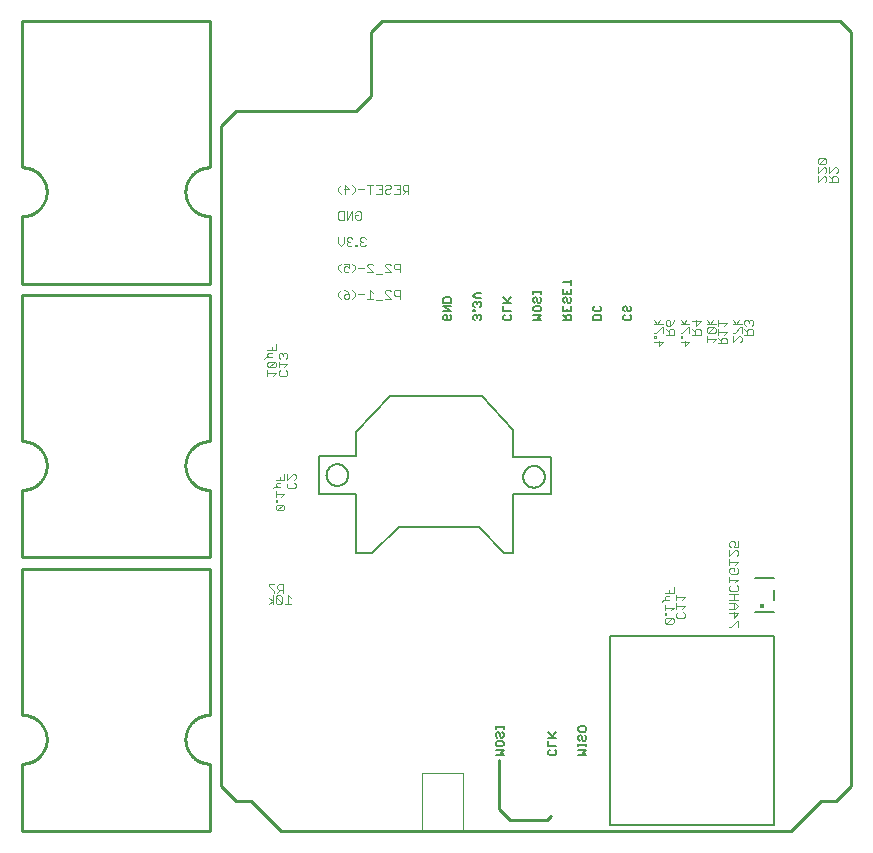
<source format=gbo>
G75*
%MOIN*%
%OFA0B0*%
%FSLAX25Y25*%
%IPPOS*%
%LPD*%
%AMOC8*
5,1,8,0,0,1.08239X$1,22.5*
%
%ADD10C,0.01000*%
%ADD11C,0.00600*%
%ADD12C,0.00300*%
%ADD13C,0.00500*%
%ADD14C,0.00700*%
%ADD15C,0.01768*%
%ADD16C,0.00000*%
D10*
X0001500Y0005344D02*
X0001500Y0027844D01*
X0001698Y0027846D01*
X0001896Y0027854D01*
X0002093Y0027866D01*
X0002290Y0027883D01*
X0002487Y0027904D01*
X0002683Y0027931D01*
X0002878Y0027962D01*
X0003073Y0027998D01*
X0003267Y0028038D01*
X0003459Y0028084D01*
X0003651Y0028134D01*
X0003841Y0028188D01*
X0004030Y0028248D01*
X0004217Y0028312D01*
X0004403Y0028380D01*
X0004586Y0028453D01*
X0004769Y0028530D01*
X0004949Y0028612D01*
X0005127Y0028698D01*
X0005303Y0028789D01*
X0005477Y0028884D01*
X0005648Y0028983D01*
X0005817Y0029086D01*
X0005983Y0029193D01*
X0006147Y0029304D01*
X0006308Y0029419D01*
X0006466Y0029538D01*
X0006621Y0029661D01*
X0006773Y0029787D01*
X0006922Y0029918D01*
X0007068Y0030052D01*
X0007210Y0030189D01*
X0007349Y0030330D01*
X0007485Y0030474D01*
X0007617Y0030621D01*
X0007745Y0030772D01*
X0007870Y0030925D01*
X0007991Y0031082D01*
X0008108Y0031241D01*
X0008221Y0031404D01*
X0008330Y0031569D01*
X0008435Y0031736D01*
X0008536Y0031907D01*
X0008633Y0032079D01*
X0008726Y0032254D01*
X0008814Y0032431D01*
X0008898Y0032610D01*
X0008978Y0032791D01*
X0009053Y0032974D01*
X0009124Y0033159D01*
X0009190Y0033346D01*
X0009251Y0033534D01*
X0009308Y0033723D01*
X0009361Y0033914D01*
X0009409Y0034106D01*
X0009452Y0034299D01*
X0009490Y0034493D01*
X0009523Y0034688D01*
X0009552Y0034884D01*
X0009576Y0035080D01*
X0009596Y0035277D01*
X0009610Y0035475D01*
X0009620Y0035672D01*
X0009624Y0035870D01*
X0009624Y0036068D01*
X0009620Y0036266D01*
X0009610Y0036463D01*
X0009596Y0036661D01*
X0009576Y0036858D01*
X0009552Y0037054D01*
X0009523Y0037250D01*
X0009490Y0037445D01*
X0009452Y0037639D01*
X0009409Y0037832D01*
X0009361Y0038024D01*
X0009308Y0038215D01*
X0009251Y0038404D01*
X0009190Y0038592D01*
X0009124Y0038779D01*
X0009053Y0038964D01*
X0008978Y0039147D01*
X0008898Y0039328D01*
X0008814Y0039507D01*
X0008726Y0039684D01*
X0008633Y0039859D01*
X0008536Y0040032D01*
X0008435Y0040202D01*
X0008330Y0040369D01*
X0008221Y0040534D01*
X0008108Y0040697D01*
X0007991Y0040856D01*
X0007870Y0041013D01*
X0007745Y0041166D01*
X0007617Y0041317D01*
X0007485Y0041464D01*
X0007349Y0041608D01*
X0007210Y0041749D01*
X0007068Y0041886D01*
X0006922Y0042020D01*
X0006773Y0042151D01*
X0006621Y0042277D01*
X0006466Y0042400D01*
X0006308Y0042519D01*
X0006147Y0042634D01*
X0005983Y0042745D01*
X0005817Y0042852D01*
X0005648Y0042955D01*
X0005477Y0043054D01*
X0005303Y0043149D01*
X0005127Y0043240D01*
X0004949Y0043326D01*
X0004769Y0043408D01*
X0004586Y0043485D01*
X0004403Y0043558D01*
X0004217Y0043626D01*
X0004030Y0043690D01*
X0003841Y0043750D01*
X0003651Y0043804D01*
X0003459Y0043854D01*
X0003267Y0043900D01*
X0003073Y0043940D01*
X0002878Y0043976D01*
X0002683Y0044007D01*
X0002487Y0044034D01*
X0002290Y0044055D01*
X0002093Y0044072D01*
X0001896Y0044084D01*
X0001698Y0044092D01*
X0001500Y0044094D01*
X0001500Y0092844D01*
X0064000Y0092844D01*
X0064000Y0044094D01*
X0063802Y0044092D01*
X0063604Y0044084D01*
X0063407Y0044072D01*
X0063210Y0044055D01*
X0063013Y0044034D01*
X0062817Y0044007D01*
X0062622Y0043976D01*
X0062427Y0043940D01*
X0062233Y0043900D01*
X0062041Y0043854D01*
X0061849Y0043804D01*
X0061659Y0043750D01*
X0061470Y0043690D01*
X0061283Y0043626D01*
X0061097Y0043558D01*
X0060914Y0043485D01*
X0060731Y0043408D01*
X0060551Y0043326D01*
X0060373Y0043240D01*
X0060197Y0043149D01*
X0060023Y0043054D01*
X0059852Y0042955D01*
X0059683Y0042852D01*
X0059517Y0042745D01*
X0059353Y0042634D01*
X0059192Y0042519D01*
X0059034Y0042400D01*
X0058879Y0042277D01*
X0058727Y0042151D01*
X0058578Y0042020D01*
X0058432Y0041886D01*
X0058290Y0041749D01*
X0058151Y0041608D01*
X0058015Y0041464D01*
X0057883Y0041317D01*
X0057755Y0041166D01*
X0057630Y0041013D01*
X0057509Y0040856D01*
X0057392Y0040697D01*
X0057279Y0040534D01*
X0057170Y0040369D01*
X0057065Y0040202D01*
X0056964Y0040031D01*
X0056867Y0039859D01*
X0056774Y0039684D01*
X0056686Y0039507D01*
X0056602Y0039328D01*
X0056522Y0039147D01*
X0056447Y0038964D01*
X0056376Y0038779D01*
X0056310Y0038592D01*
X0056249Y0038404D01*
X0056192Y0038215D01*
X0056139Y0038024D01*
X0056091Y0037832D01*
X0056048Y0037639D01*
X0056010Y0037445D01*
X0055977Y0037250D01*
X0055948Y0037054D01*
X0055924Y0036858D01*
X0055904Y0036661D01*
X0055890Y0036463D01*
X0055880Y0036266D01*
X0055876Y0036068D01*
X0055876Y0035870D01*
X0055880Y0035672D01*
X0055890Y0035475D01*
X0055904Y0035277D01*
X0055924Y0035080D01*
X0055948Y0034884D01*
X0055977Y0034688D01*
X0056010Y0034493D01*
X0056048Y0034299D01*
X0056091Y0034106D01*
X0056139Y0033914D01*
X0056192Y0033723D01*
X0056249Y0033534D01*
X0056310Y0033346D01*
X0056376Y0033159D01*
X0056447Y0032974D01*
X0056522Y0032791D01*
X0056602Y0032610D01*
X0056686Y0032431D01*
X0056774Y0032254D01*
X0056867Y0032079D01*
X0056964Y0031906D01*
X0057065Y0031736D01*
X0057170Y0031569D01*
X0057279Y0031404D01*
X0057392Y0031241D01*
X0057509Y0031082D01*
X0057630Y0030925D01*
X0057755Y0030772D01*
X0057883Y0030621D01*
X0058015Y0030474D01*
X0058151Y0030330D01*
X0058290Y0030189D01*
X0058432Y0030052D01*
X0058578Y0029918D01*
X0058727Y0029787D01*
X0058879Y0029661D01*
X0059034Y0029538D01*
X0059192Y0029419D01*
X0059353Y0029304D01*
X0059517Y0029193D01*
X0059683Y0029086D01*
X0059852Y0028983D01*
X0060023Y0028884D01*
X0060197Y0028789D01*
X0060373Y0028698D01*
X0060551Y0028612D01*
X0060731Y0028530D01*
X0060914Y0028453D01*
X0061097Y0028380D01*
X0061283Y0028312D01*
X0061470Y0028248D01*
X0061659Y0028188D01*
X0061849Y0028134D01*
X0062041Y0028084D01*
X0062233Y0028038D01*
X0062427Y0027998D01*
X0062622Y0027962D01*
X0062817Y0027931D01*
X0063013Y0027904D01*
X0063210Y0027883D01*
X0063407Y0027866D01*
X0063604Y0027854D01*
X0063802Y0027846D01*
X0064000Y0027844D01*
X0064000Y0005344D01*
X0001500Y0005344D01*
X0067750Y0020344D02*
X0072750Y0015344D01*
X0077750Y0015344D01*
X0087750Y0005344D01*
X0257750Y0005344D01*
X0267750Y0015344D01*
X0272750Y0015344D01*
X0277750Y0020344D01*
X0277750Y0271594D01*
X0274000Y0275344D01*
X0121500Y0275344D01*
X0117750Y0271594D01*
X0117750Y0250344D01*
X0112750Y0245344D01*
X0072750Y0245344D01*
X0067750Y0240344D01*
X0067750Y0020344D01*
X0064000Y0096594D02*
X0001500Y0096594D01*
X0001500Y0119094D01*
X0001698Y0119096D01*
X0001896Y0119104D01*
X0002093Y0119116D01*
X0002290Y0119133D01*
X0002487Y0119154D01*
X0002683Y0119181D01*
X0002878Y0119212D01*
X0003073Y0119248D01*
X0003267Y0119288D01*
X0003459Y0119334D01*
X0003651Y0119384D01*
X0003841Y0119438D01*
X0004030Y0119498D01*
X0004217Y0119562D01*
X0004403Y0119630D01*
X0004586Y0119703D01*
X0004769Y0119780D01*
X0004949Y0119862D01*
X0005127Y0119948D01*
X0005303Y0120039D01*
X0005477Y0120134D01*
X0005648Y0120233D01*
X0005817Y0120336D01*
X0005983Y0120443D01*
X0006147Y0120554D01*
X0006308Y0120669D01*
X0006466Y0120788D01*
X0006621Y0120911D01*
X0006773Y0121037D01*
X0006922Y0121168D01*
X0007068Y0121302D01*
X0007210Y0121439D01*
X0007349Y0121580D01*
X0007485Y0121724D01*
X0007617Y0121871D01*
X0007745Y0122022D01*
X0007870Y0122175D01*
X0007991Y0122332D01*
X0008108Y0122491D01*
X0008221Y0122654D01*
X0008330Y0122819D01*
X0008435Y0122986D01*
X0008536Y0123157D01*
X0008633Y0123329D01*
X0008726Y0123504D01*
X0008814Y0123681D01*
X0008898Y0123860D01*
X0008978Y0124041D01*
X0009053Y0124224D01*
X0009124Y0124409D01*
X0009190Y0124596D01*
X0009251Y0124784D01*
X0009308Y0124973D01*
X0009361Y0125164D01*
X0009409Y0125356D01*
X0009452Y0125549D01*
X0009490Y0125743D01*
X0009523Y0125938D01*
X0009552Y0126134D01*
X0009576Y0126330D01*
X0009596Y0126527D01*
X0009610Y0126725D01*
X0009620Y0126922D01*
X0009624Y0127120D01*
X0009624Y0127318D01*
X0009620Y0127516D01*
X0009610Y0127713D01*
X0009596Y0127911D01*
X0009576Y0128108D01*
X0009552Y0128304D01*
X0009523Y0128500D01*
X0009490Y0128695D01*
X0009452Y0128889D01*
X0009409Y0129082D01*
X0009361Y0129274D01*
X0009308Y0129465D01*
X0009251Y0129654D01*
X0009190Y0129842D01*
X0009124Y0130029D01*
X0009053Y0130214D01*
X0008978Y0130397D01*
X0008898Y0130578D01*
X0008814Y0130757D01*
X0008726Y0130934D01*
X0008633Y0131109D01*
X0008536Y0131282D01*
X0008435Y0131452D01*
X0008330Y0131619D01*
X0008221Y0131784D01*
X0008108Y0131947D01*
X0007991Y0132106D01*
X0007870Y0132263D01*
X0007745Y0132416D01*
X0007617Y0132567D01*
X0007485Y0132714D01*
X0007349Y0132858D01*
X0007210Y0132999D01*
X0007068Y0133136D01*
X0006922Y0133270D01*
X0006773Y0133401D01*
X0006621Y0133527D01*
X0006466Y0133650D01*
X0006308Y0133769D01*
X0006147Y0133884D01*
X0005983Y0133995D01*
X0005817Y0134102D01*
X0005648Y0134205D01*
X0005477Y0134304D01*
X0005303Y0134399D01*
X0005127Y0134490D01*
X0004949Y0134576D01*
X0004769Y0134658D01*
X0004586Y0134735D01*
X0004403Y0134808D01*
X0004217Y0134876D01*
X0004030Y0134940D01*
X0003841Y0135000D01*
X0003651Y0135054D01*
X0003459Y0135104D01*
X0003267Y0135150D01*
X0003073Y0135190D01*
X0002878Y0135226D01*
X0002683Y0135257D01*
X0002487Y0135284D01*
X0002290Y0135305D01*
X0002093Y0135322D01*
X0001896Y0135334D01*
X0001698Y0135342D01*
X0001500Y0135344D01*
X0001500Y0184094D01*
X0064000Y0184094D01*
X0064000Y0135344D01*
X0063802Y0135342D01*
X0063604Y0135334D01*
X0063407Y0135322D01*
X0063210Y0135305D01*
X0063013Y0135284D01*
X0062817Y0135257D01*
X0062622Y0135226D01*
X0062427Y0135190D01*
X0062233Y0135150D01*
X0062041Y0135104D01*
X0061849Y0135054D01*
X0061659Y0135000D01*
X0061470Y0134940D01*
X0061283Y0134876D01*
X0061097Y0134808D01*
X0060914Y0134735D01*
X0060731Y0134658D01*
X0060551Y0134576D01*
X0060373Y0134490D01*
X0060197Y0134399D01*
X0060023Y0134304D01*
X0059852Y0134205D01*
X0059683Y0134102D01*
X0059517Y0133995D01*
X0059353Y0133884D01*
X0059192Y0133769D01*
X0059034Y0133650D01*
X0058879Y0133527D01*
X0058727Y0133401D01*
X0058578Y0133270D01*
X0058432Y0133136D01*
X0058290Y0132999D01*
X0058151Y0132858D01*
X0058015Y0132714D01*
X0057883Y0132567D01*
X0057755Y0132416D01*
X0057630Y0132263D01*
X0057509Y0132106D01*
X0057392Y0131947D01*
X0057279Y0131784D01*
X0057170Y0131619D01*
X0057065Y0131452D01*
X0056964Y0131282D01*
X0056867Y0131109D01*
X0056774Y0130934D01*
X0056686Y0130757D01*
X0056602Y0130578D01*
X0056522Y0130397D01*
X0056447Y0130214D01*
X0056376Y0130029D01*
X0056310Y0129842D01*
X0056249Y0129654D01*
X0056192Y0129465D01*
X0056139Y0129274D01*
X0056091Y0129082D01*
X0056048Y0128889D01*
X0056010Y0128695D01*
X0055977Y0128500D01*
X0055948Y0128304D01*
X0055924Y0128108D01*
X0055904Y0127911D01*
X0055890Y0127713D01*
X0055880Y0127516D01*
X0055876Y0127318D01*
X0055876Y0127120D01*
X0055880Y0126922D01*
X0055890Y0126725D01*
X0055904Y0126527D01*
X0055924Y0126330D01*
X0055948Y0126134D01*
X0055977Y0125938D01*
X0056010Y0125743D01*
X0056048Y0125549D01*
X0056091Y0125356D01*
X0056139Y0125164D01*
X0056192Y0124973D01*
X0056249Y0124784D01*
X0056310Y0124596D01*
X0056376Y0124409D01*
X0056447Y0124224D01*
X0056522Y0124041D01*
X0056602Y0123860D01*
X0056686Y0123681D01*
X0056774Y0123504D01*
X0056867Y0123329D01*
X0056964Y0123156D01*
X0057065Y0122986D01*
X0057170Y0122819D01*
X0057279Y0122654D01*
X0057392Y0122491D01*
X0057509Y0122332D01*
X0057630Y0122175D01*
X0057755Y0122022D01*
X0057883Y0121871D01*
X0058015Y0121724D01*
X0058151Y0121580D01*
X0058290Y0121439D01*
X0058432Y0121302D01*
X0058578Y0121168D01*
X0058727Y0121037D01*
X0058879Y0120911D01*
X0059034Y0120788D01*
X0059192Y0120669D01*
X0059353Y0120554D01*
X0059517Y0120443D01*
X0059683Y0120336D01*
X0059852Y0120233D01*
X0060023Y0120134D01*
X0060197Y0120039D01*
X0060373Y0119948D01*
X0060551Y0119862D01*
X0060731Y0119780D01*
X0060914Y0119703D01*
X0061097Y0119630D01*
X0061283Y0119562D01*
X0061470Y0119498D01*
X0061659Y0119438D01*
X0061849Y0119384D01*
X0062041Y0119334D01*
X0062233Y0119288D01*
X0062427Y0119248D01*
X0062622Y0119212D01*
X0062817Y0119181D01*
X0063013Y0119154D01*
X0063210Y0119133D01*
X0063407Y0119116D01*
X0063604Y0119104D01*
X0063802Y0119096D01*
X0064000Y0119094D01*
X0064000Y0096594D01*
X0064000Y0187844D02*
X0001500Y0187844D01*
X0001500Y0210344D01*
X0001698Y0210346D01*
X0001896Y0210354D01*
X0002093Y0210366D01*
X0002290Y0210383D01*
X0002487Y0210404D01*
X0002683Y0210431D01*
X0002878Y0210462D01*
X0003073Y0210498D01*
X0003267Y0210538D01*
X0003459Y0210584D01*
X0003651Y0210634D01*
X0003841Y0210688D01*
X0004030Y0210748D01*
X0004217Y0210812D01*
X0004403Y0210880D01*
X0004586Y0210953D01*
X0004769Y0211030D01*
X0004949Y0211112D01*
X0005127Y0211198D01*
X0005303Y0211289D01*
X0005477Y0211384D01*
X0005648Y0211483D01*
X0005817Y0211586D01*
X0005983Y0211693D01*
X0006147Y0211804D01*
X0006308Y0211919D01*
X0006466Y0212038D01*
X0006621Y0212161D01*
X0006773Y0212287D01*
X0006922Y0212418D01*
X0007068Y0212552D01*
X0007210Y0212689D01*
X0007349Y0212830D01*
X0007485Y0212974D01*
X0007617Y0213121D01*
X0007745Y0213272D01*
X0007870Y0213425D01*
X0007991Y0213582D01*
X0008108Y0213741D01*
X0008221Y0213904D01*
X0008330Y0214069D01*
X0008435Y0214236D01*
X0008536Y0214407D01*
X0008633Y0214579D01*
X0008726Y0214754D01*
X0008814Y0214931D01*
X0008898Y0215110D01*
X0008978Y0215291D01*
X0009053Y0215474D01*
X0009124Y0215659D01*
X0009190Y0215846D01*
X0009251Y0216034D01*
X0009308Y0216223D01*
X0009361Y0216414D01*
X0009409Y0216606D01*
X0009452Y0216799D01*
X0009490Y0216993D01*
X0009523Y0217188D01*
X0009552Y0217384D01*
X0009576Y0217580D01*
X0009596Y0217777D01*
X0009610Y0217975D01*
X0009620Y0218172D01*
X0009624Y0218370D01*
X0009624Y0218568D01*
X0009620Y0218766D01*
X0009610Y0218963D01*
X0009596Y0219161D01*
X0009576Y0219358D01*
X0009552Y0219554D01*
X0009523Y0219750D01*
X0009490Y0219945D01*
X0009452Y0220139D01*
X0009409Y0220332D01*
X0009361Y0220524D01*
X0009308Y0220715D01*
X0009251Y0220904D01*
X0009190Y0221092D01*
X0009124Y0221279D01*
X0009053Y0221464D01*
X0008978Y0221647D01*
X0008898Y0221828D01*
X0008814Y0222007D01*
X0008726Y0222184D01*
X0008633Y0222359D01*
X0008536Y0222532D01*
X0008435Y0222702D01*
X0008330Y0222869D01*
X0008221Y0223034D01*
X0008108Y0223197D01*
X0007991Y0223356D01*
X0007870Y0223513D01*
X0007745Y0223666D01*
X0007617Y0223817D01*
X0007485Y0223964D01*
X0007349Y0224108D01*
X0007210Y0224249D01*
X0007068Y0224386D01*
X0006922Y0224520D01*
X0006773Y0224651D01*
X0006621Y0224777D01*
X0006466Y0224900D01*
X0006308Y0225019D01*
X0006147Y0225134D01*
X0005983Y0225245D01*
X0005817Y0225352D01*
X0005648Y0225455D01*
X0005477Y0225554D01*
X0005303Y0225649D01*
X0005127Y0225740D01*
X0004949Y0225826D01*
X0004769Y0225908D01*
X0004586Y0225985D01*
X0004403Y0226058D01*
X0004217Y0226126D01*
X0004030Y0226190D01*
X0003841Y0226250D01*
X0003651Y0226304D01*
X0003459Y0226354D01*
X0003267Y0226400D01*
X0003073Y0226440D01*
X0002878Y0226476D01*
X0002683Y0226507D01*
X0002487Y0226534D01*
X0002290Y0226555D01*
X0002093Y0226572D01*
X0001896Y0226584D01*
X0001698Y0226592D01*
X0001500Y0226594D01*
X0001500Y0275344D01*
X0064000Y0275344D01*
X0064000Y0226594D01*
X0063802Y0226592D01*
X0063604Y0226584D01*
X0063407Y0226572D01*
X0063210Y0226555D01*
X0063013Y0226534D01*
X0062817Y0226507D01*
X0062622Y0226476D01*
X0062427Y0226440D01*
X0062233Y0226400D01*
X0062041Y0226354D01*
X0061849Y0226304D01*
X0061659Y0226250D01*
X0061470Y0226190D01*
X0061283Y0226126D01*
X0061097Y0226058D01*
X0060914Y0225985D01*
X0060731Y0225908D01*
X0060551Y0225826D01*
X0060373Y0225740D01*
X0060197Y0225649D01*
X0060023Y0225554D01*
X0059852Y0225455D01*
X0059683Y0225352D01*
X0059517Y0225245D01*
X0059353Y0225134D01*
X0059192Y0225019D01*
X0059034Y0224900D01*
X0058879Y0224777D01*
X0058727Y0224651D01*
X0058578Y0224520D01*
X0058432Y0224386D01*
X0058290Y0224249D01*
X0058151Y0224108D01*
X0058015Y0223964D01*
X0057883Y0223817D01*
X0057755Y0223666D01*
X0057630Y0223513D01*
X0057509Y0223356D01*
X0057392Y0223197D01*
X0057279Y0223034D01*
X0057170Y0222869D01*
X0057065Y0222702D01*
X0056964Y0222532D01*
X0056867Y0222359D01*
X0056774Y0222184D01*
X0056686Y0222007D01*
X0056602Y0221828D01*
X0056522Y0221647D01*
X0056447Y0221464D01*
X0056376Y0221279D01*
X0056310Y0221092D01*
X0056249Y0220904D01*
X0056192Y0220715D01*
X0056139Y0220524D01*
X0056091Y0220332D01*
X0056048Y0220139D01*
X0056010Y0219945D01*
X0055977Y0219750D01*
X0055948Y0219554D01*
X0055924Y0219358D01*
X0055904Y0219161D01*
X0055890Y0218963D01*
X0055880Y0218766D01*
X0055876Y0218568D01*
X0055876Y0218370D01*
X0055880Y0218172D01*
X0055890Y0217975D01*
X0055904Y0217777D01*
X0055924Y0217580D01*
X0055948Y0217384D01*
X0055977Y0217188D01*
X0056010Y0216993D01*
X0056048Y0216799D01*
X0056091Y0216606D01*
X0056139Y0216414D01*
X0056192Y0216223D01*
X0056249Y0216034D01*
X0056310Y0215846D01*
X0056376Y0215659D01*
X0056447Y0215474D01*
X0056522Y0215291D01*
X0056602Y0215110D01*
X0056686Y0214931D01*
X0056774Y0214754D01*
X0056867Y0214579D01*
X0056964Y0214406D01*
X0057065Y0214236D01*
X0057170Y0214069D01*
X0057279Y0213904D01*
X0057392Y0213741D01*
X0057509Y0213582D01*
X0057630Y0213425D01*
X0057755Y0213272D01*
X0057883Y0213121D01*
X0058015Y0212974D01*
X0058151Y0212830D01*
X0058290Y0212689D01*
X0058432Y0212552D01*
X0058578Y0212418D01*
X0058727Y0212287D01*
X0058879Y0212161D01*
X0059034Y0212038D01*
X0059192Y0211919D01*
X0059353Y0211804D01*
X0059517Y0211693D01*
X0059683Y0211586D01*
X0059852Y0211483D01*
X0060023Y0211384D01*
X0060197Y0211289D01*
X0060373Y0211198D01*
X0060551Y0211112D01*
X0060731Y0211030D01*
X0060914Y0210953D01*
X0061097Y0210880D01*
X0061283Y0210812D01*
X0061470Y0210748D01*
X0061659Y0210688D01*
X0061849Y0210634D01*
X0062041Y0210584D01*
X0062233Y0210538D01*
X0062427Y0210498D01*
X0062622Y0210462D01*
X0062817Y0210431D01*
X0063013Y0210404D01*
X0063210Y0210383D01*
X0063407Y0210366D01*
X0063604Y0210354D01*
X0063802Y0210346D01*
X0064000Y0210344D01*
X0064000Y0187844D01*
X0160250Y0029094D02*
X0160250Y0012844D01*
X0164000Y0009094D01*
X0176500Y0009094D01*
X0177750Y0010344D01*
D11*
X0177234Y0030644D02*
X0176800Y0031078D01*
X0176800Y0031946D01*
X0177234Y0032379D01*
X0176800Y0033591D02*
X0176800Y0035326D01*
X0176800Y0036538D02*
X0179402Y0036538D01*
X0178101Y0036971D02*
X0176800Y0038272D01*
X0177667Y0036538D02*
X0179402Y0038272D01*
X0179402Y0033591D02*
X0176800Y0033591D01*
X0178969Y0032379D02*
X0179402Y0031946D01*
X0179402Y0031078D01*
X0178969Y0030644D01*
X0177234Y0030644D01*
X0186800Y0030644D02*
X0189402Y0030644D01*
X0188535Y0031512D01*
X0189402Y0032379D01*
X0186800Y0032379D01*
X0186800Y0033591D02*
X0186800Y0034458D01*
X0186800Y0034025D02*
X0189402Y0034025D01*
X0189402Y0034458D02*
X0189402Y0033591D01*
X0188969Y0035555D02*
X0188535Y0035555D01*
X0188101Y0035989D01*
X0188101Y0036856D01*
X0187667Y0037290D01*
X0187234Y0037290D01*
X0186800Y0036856D01*
X0186800Y0035989D01*
X0187234Y0035555D01*
X0188969Y0035555D02*
X0189402Y0035989D01*
X0189402Y0036856D01*
X0188969Y0037290D01*
X0188969Y0038502D02*
X0187234Y0038502D01*
X0186800Y0038936D01*
X0186800Y0039803D01*
X0187234Y0040237D01*
X0188969Y0040237D01*
X0189402Y0039803D01*
X0189402Y0038936D01*
X0188969Y0038502D01*
X0161902Y0037839D02*
X0161902Y0036971D01*
X0161469Y0036538D01*
X0161035Y0036538D01*
X0160601Y0036971D01*
X0160601Y0037839D01*
X0160167Y0038272D01*
X0159734Y0038272D01*
X0159300Y0037839D01*
X0159300Y0036971D01*
X0159734Y0036538D01*
X0159734Y0035326D02*
X0161469Y0035326D01*
X0161902Y0034892D01*
X0161902Y0034025D01*
X0161469Y0033591D01*
X0159734Y0033591D01*
X0159300Y0034025D01*
X0159300Y0034892D01*
X0159734Y0035326D01*
X0159300Y0032379D02*
X0161902Y0032379D01*
X0161035Y0031512D01*
X0161902Y0030644D01*
X0159300Y0030644D01*
X0161902Y0037839D02*
X0161469Y0038272D01*
X0161902Y0039484D02*
X0161902Y0040351D01*
X0161902Y0039918D02*
X0159300Y0039918D01*
X0159300Y0040351D02*
X0159300Y0039484D01*
X0162234Y0175644D02*
X0161800Y0176078D01*
X0161800Y0176946D01*
X0162234Y0177379D01*
X0161800Y0178591D02*
X0164402Y0178591D01*
X0163969Y0177379D02*
X0164402Y0176946D01*
X0164402Y0176078D01*
X0163969Y0175644D01*
X0162234Y0175644D01*
X0161800Y0178591D02*
X0161800Y0180326D01*
X0161800Y0181538D02*
X0164402Y0181538D01*
X0163101Y0181971D02*
X0161800Y0183272D01*
X0162667Y0181538D02*
X0164402Y0183272D01*
X0171800Y0182839D02*
X0171800Y0181971D01*
X0172234Y0181538D01*
X0173101Y0181971D02*
X0173101Y0182839D01*
X0172667Y0183272D01*
X0172234Y0183272D01*
X0171800Y0182839D01*
X0173101Y0181971D02*
X0173535Y0181538D01*
X0173969Y0181538D01*
X0174402Y0181971D01*
X0174402Y0182839D01*
X0173969Y0183272D01*
X0174402Y0184484D02*
X0174402Y0185351D01*
X0174402Y0184918D02*
X0171800Y0184918D01*
X0171800Y0185351D02*
X0171800Y0184484D01*
X0172234Y0180326D02*
X0173969Y0180326D01*
X0174402Y0179892D01*
X0174402Y0179025D01*
X0173969Y0178591D01*
X0172234Y0178591D01*
X0171800Y0179025D01*
X0171800Y0179892D01*
X0172234Y0180326D01*
X0171800Y0177379D02*
X0174402Y0177379D01*
X0173535Y0176512D01*
X0174402Y0175644D01*
X0171800Y0175644D01*
X0181800Y0175644D02*
X0184402Y0175644D01*
X0184402Y0176946D01*
X0183969Y0177379D01*
X0183101Y0177379D01*
X0182667Y0176946D01*
X0182667Y0175644D01*
X0182667Y0176512D02*
X0181800Y0177379D01*
X0181800Y0178591D02*
X0181800Y0180326D01*
X0182234Y0181538D02*
X0181800Y0181971D01*
X0181800Y0182839D01*
X0182234Y0183272D01*
X0182667Y0183272D01*
X0183101Y0182839D01*
X0183101Y0181971D01*
X0183535Y0181538D01*
X0183969Y0181538D01*
X0184402Y0181971D01*
X0184402Y0182839D01*
X0183969Y0183272D01*
X0184402Y0184484D02*
X0181800Y0184484D01*
X0181800Y0186219D01*
X0183101Y0185351D02*
X0183101Y0184484D01*
X0184402Y0184484D02*
X0184402Y0186219D01*
X0184402Y0187431D02*
X0184402Y0189165D01*
X0184402Y0188298D02*
X0181800Y0188298D01*
X0184402Y0180326D02*
X0184402Y0178591D01*
X0181800Y0178591D01*
X0183101Y0178591D02*
X0183101Y0179458D01*
X0191800Y0179025D02*
X0191800Y0179892D01*
X0192234Y0180326D01*
X0191800Y0179025D02*
X0192234Y0178591D01*
X0193969Y0178591D01*
X0194402Y0179025D01*
X0194402Y0179892D01*
X0193969Y0180326D01*
X0193969Y0177379D02*
X0192234Y0177379D01*
X0191800Y0176946D01*
X0191800Y0175644D01*
X0194402Y0175644D01*
X0194402Y0176946D01*
X0193969Y0177379D01*
X0201800Y0176946D02*
X0202234Y0177379D01*
X0201800Y0176946D02*
X0201800Y0176078D01*
X0202234Y0175644D01*
X0203969Y0175644D01*
X0204402Y0176078D01*
X0204402Y0176946D01*
X0203969Y0177379D01*
X0203969Y0178591D02*
X0203535Y0178591D01*
X0203101Y0179025D01*
X0203101Y0179892D01*
X0202667Y0180326D01*
X0202234Y0180326D01*
X0201800Y0179892D01*
X0201800Y0179025D01*
X0202234Y0178591D01*
X0203969Y0178591D02*
X0204402Y0179025D01*
X0204402Y0179892D01*
X0203969Y0180326D01*
X0154402Y0180498D02*
X0154402Y0181365D01*
X0153969Y0181799D01*
X0153535Y0181799D01*
X0153101Y0181365D01*
X0152667Y0181799D01*
X0152234Y0181799D01*
X0151800Y0181365D01*
X0151800Y0180498D01*
X0152234Y0180064D01*
X0152234Y0179025D02*
X0151800Y0179025D01*
X0151800Y0178591D01*
X0152234Y0178591D01*
X0152234Y0179025D01*
X0152234Y0177379D02*
X0151800Y0176946D01*
X0151800Y0176078D01*
X0152234Y0175644D01*
X0153101Y0176512D02*
X0153101Y0176946D01*
X0152667Y0177379D01*
X0152234Y0177379D01*
X0153101Y0176946D02*
X0153535Y0177379D01*
X0153969Y0177379D01*
X0154402Y0176946D01*
X0154402Y0176078D01*
X0153969Y0175644D01*
X0153969Y0180064D02*
X0154402Y0180498D01*
X0153101Y0180932D02*
X0153101Y0181365D01*
X0152667Y0183011D02*
X0151800Y0183878D01*
X0152667Y0184746D01*
X0154402Y0184746D01*
X0154402Y0183011D02*
X0152667Y0183011D01*
X0144402Y0182839D02*
X0144402Y0181538D01*
X0141800Y0181538D01*
X0141800Y0182839D01*
X0142234Y0183272D01*
X0143969Y0183272D01*
X0144402Y0182839D01*
X0144402Y0180326D02*
X0141800Y0180326D01*
X0144402Y0178591D01*
X0141800Y0178591D01*
X0142234Y0177379D02*
X0143101Y0177379D01*
X0143101Y0176512D01*
X0142234Y0177379D02*
X0141800Y0176946D01*
X0141800Y0176078D01*
X0142234Y0175644D01*
X0143969Y0175644D01*
X0144402Y0176078D01*
X0144402Y0176946D01*
X0143969Y0177379D01*
D12*
X0127259Y0182895D02*
X0127259Y0185797D01*
X0125808Y0185797D01*
X0125324Y0185314D01*
X0125324Y0184346D01*
X0125808Y0183862D01*
X0127259Y0183862D01*
X0124312Y0182895D02*
X0122377Y0184830D01*
X0122377Y0185314D01*
X0122861Y0185797D01*
X0123829Y0185797D01*
X0124312Y0185314D01*
X0124312Y0182895D02*
X0122377Y0182895D01*
X0121366Y0182411D02*
X0119431Y0182411D01*
X0118419Y0182895D02*
X0116484Y0182895D01*
X0117452Y0182895D02*
X0117452Y0185797D01*
X0118419Y0184830D01*
X0115473Y0184346D02*
X0113538Y0184346D01*
X0112526Y0183862D02*
X0112526Y0184830D01*
X0111559Y0185797D01*
X0110562Y0184346D02*
X0109111Y0184346D01*
X0108627Y0183862D01*
X0108627Y0183379D01*
X0109111Y0182895D01*
X0110078Y0182895D01*
X0110562Y0183379D01*
X0110562Y0184346D01*
X0109595Y0185314D01*
X0108627Y0185797D01*
X0107616Y0185797D02*
X0106648Y0184830D01*
X0106648Y0183862D01*
X0107616Y0182895D01*
X0111559Y0182895D02*
X0112526Y0183862D01*
X0111559Y0191645D02*
X0112526Y0192612D01*
X0112526Y0193580D01*
X0111559Y0194547D01*
X0110562Y0194547D02*
X0110562Y0193096D01*
X0109595Y0193580D01*
X0109111Y0193580D01*
X0108627Y0193096D01*
X0108627Y0192129D01*
X0109111Y0191645D01*
X0110078Y0191645D01*
X0110562Y0192129D01*
X0110562Y0194547D02*
X0108627Y0194547D01*
X0107616Y0194547D02*
X0106648Y0193580D01*
X0106648Y0192612D01*
X0107616Y0191645D01*
X0113538Y0193096D02*
X0115473Y0193096D01*
X0116484Y0193580D02*
X0116484Y0194064D01*
X0116968Y0194547D01*
X0117936Y0194547D01*
X0118419Y0194064D01*
X0116484Y0193580D02*
X0118419Y0191645D01*
X0116484Y0191645D01*
X0119431Y0191161D02*
X0121366Y0191161D01*
X0122377Y0191645D02*
X0124312Y0191645D01*
X0122377Y0193580D01*
X0122377Y0194064D01*
X0122861Y0194547D01*
X0123829Y0194547D01*
X0124312Y0194064D01*
X0125324Y0194064D02*
X0125324Y0193096D01*
X0125808Y0192612D01*
X0127259Y0192612D01*
X0127259Y0191645D02*
X0127259Y0194547D01*
X0125808Y0194547D01*
X0125324Y0194064D01*
X0115964Y0200879D02*
X0115480Y0200395D01*
X0114513Y0200395D01*
X0114029Y0200879D01*
X0114029Y0201362D01*
X0114513Y0201846D01*
X0114997Y0201846D01*
X0114513Y0201846D02*
X0114029Y0202330D01*
X0114029Y0202814D01*
X0114513Y0203297D01*
X0115480Y0203297D01*
X0115964Y0202814D01*
X0113017Y0200879D02*
X0112534Y0200879D01*
X0112534Y0200395D01*
X0113017Y0200395D01*
X0113017Y0200879D01*
X0111544Y0200879D02*
X0111060Y0200395D01*
X0110093Y0200395D01*
X0109609Y0200879D01*
X0109609Y0201362D01*
X0110093Y0201846D01*
X0110577Y0201846D01*
X0110093Y0201846D02*
X0109609Y0202330D01*
X0109609Y0202814D01*
X0110093Y0203297D01*
X0111060Y0203297D01*
X0111544Y0202814D01*
X0108598Y0203297D02*
X0108598Y0201362D01*
X0107630Y0200395D01*
X0106663Y0201362D01*
X0106663Y0203297D01*
X0107146Y0209145D02*
X0106663Y0209629D01*
X0106663Y0211564D01*
X0107146Y0212047D01*
X0108598Y0212047D01*
X0108598Y0209145D01*
X0107146Y0209145D01*
X0109609Y0209145D02*
X0109609Y0212047D01*
X0111544Y0212047D02*
X0109609Y0209145D01*
X0111544Y0209145D02*
X0111544Y0212047D01*
X0112556Y0211564D02*
X0113040Y0212047D01*
X0114007Y0212047D01*
X0114491Y0211564D01*
X0114491Y0209629D01*
X0114007Y0209145D01*
X0113040Y0209145D01*
X0112556Y0209629D01*
X0112556Y0210596D01*
X0113523Y0210596D01*
X0111559Y0217895D02*
X0112526Y0218862D01*
X0112526Y0219830D01*
X0111559Y0220797D01*
X0110562Y0219346D02*
X0108627Y0219346D01*
X0109111Y0217895D02*
X0109111Y0220797D01*
X0110562Y0219346D01*
X0113538Y0219346D02*
X0115473Y0219346D01*
X0116484Y0220797D02*
X0118419Y0220797D01*
X0117452Y0220797D02*
X0117452Y0217895D01*
X0119431Y0217895D02*
X0121366Y0217895D01*
X0121366Y0220797D01*
X0119431Y0220797D01*
X0120398Y0219346D02*
X0121366Y0219346D01*
X0122377Y0218862D02*
X0122377Y0218379D01*
X0122861Y0217895D01*
X0123829Y0217895D01*
X0124312Y0218379D01*
X0123829Y0219346D02*
X0122861Y0219346D01*
X0122377Y0218862D01*
X0122377Y0220314D02*
X0122861Y0220797D01*
X0123829Y0220797D01*
X0124312Y0220314D01*
X0124312Y0219830D01*
X0123829Y0219346D01*
X0125324Y0217895D02*
X0127259Y0217895D01*
X0127259Y0220797D01*
X0125324Y0220797D01*
X0126291Y0219346D02*
X0127259Y0219346D01*
X0128271Y0219346D02*
X0128754Y0218862D01*
X0130205Y0218862D01*
X0129238Y0218862D02*
X0128271Y0217895D01*
X0128271Y0219346D02*
X0128271Y0220314D01*
X0128754Y0220797D01*
X0130205Y0220797D01*
X0130205Y0217895D01*
X0107616Y0217895D02*
X0106648Y0218862D01*
X0106648Y0219830D01*
X0107616Y0220797D01*
X0086052Y0167769D02*
X0086052Y0165834D01*
X0083150Y0165834D01*
X0083634Y0164823D02*
X0084601Y0164823D01*
X0083634Y0164823D02*
X0083150Y0164339D01*
X0083150Y0163855D01*
X0083634Y0163371D01*
X0082666Y0163371D01*
X0082183Y0162888D01*
X0083634Y0163371D02*
X0084601Y0163371D01*
X0083634Y0161876D02*
X0083150Y0161392D01*
X0083150Y0160425D01*
X0083634Y0159941D01*
X0085569Y0161876D01*
X0083634Y0161876D01*
X0085569Y0161876D02*
X0086052Y0161392D01*
X0086052Y0160425D01*
X0085569Y0159941D01*
X0083634Y0159941D01*
X0083150Y0158929D02*
X0083150Y0156994D01*
X0083150Y0157962D02*
X0086052Y0157962D01*
X0085085Y0156994D01*
X0086900Y0157478D02*
X0086900Y0158446D01*
X0087384Y0158929D01*
X0086900Y0159941D02*
X0086900Y0161876D01*
X0086900Y0160908D02*
X0089802Y0160908D01*
X0088835Y0159941D01*
X0089319Y0158929D02*
X0089802Y0158446D01*
X0089802Y0157478D01*
X0089319Y0156994D01*
X0087384Y0156994D01*
X0086900Y0157478D01*
X0087384Y0162888D02*
X0086900Y0163371D01*
X0086900Y0164339D01*
X0087384Y0164823D01*
X0087867Y0164823D01*
X0088351Y0164339D01*
X0088351Y0163855D01*
X0088351Y0164339D02*
X0088835Y0164823D01*
X0089319Y0164823D01*
X0089802Y0164339D01*
X0089802Y0163371D01*
X0089319Y0162888D01*
X0084601Y0165834D02*
X0084601Y0166802D01*
X0088852Y0124483D02*
X0088852Y0122548D01*
X0085950Y0122548D01*
X0086434Y0121536D02*
X0087401Y0121536D01*
X0086434Y0121536D02*
X0085950Y0121053D01*
X0085950Y0120569D01*
X0086434Y0120085D01*
X0085466Y0120085D01*
X0084983Y0119601D01*
X0085950Y0118590D02*
X0085950Y0116655D01*
X0085950Y0117622D02*
X0088852Y0117622D01*
X0087885Y0116655D01*
X0086434Y0115665D02*
X0085950Y0115665D01*
X0085950Y0115182D01*
X0086434Y0115182D01*
X0086434Y0115665D01*
X0086434Y0114170D02*
X0085950Y0113686D01*
X0085950Y0112719D01*
X0086434Y0112235D01*
X0088369Y0114170D01*
X0086434Y0114170D01*
X0088369Y0114170D02*
X0088852Y0113686D01*
X0088852Y0112719D01*
X0088369Y0112235D01*
X0086434Y0112235D01*
X0086434Y0120085D02*
X0087401Y0120085D01*
X0089700Y0120085D02*
X0089700Y0121053D01*
X0090184Y0121536D01*
X0089700Y0122548D02*
X0091635Y0124483D01*
X0092119Y0124483D01*
X0092602Y0123999D01*
X0092602Y0123032D01*
X0092119Y0122548D01*
X0092119Y0121536D02*
X0092602Y0121053D01*
X0092602Y0120085D01*
X0092119Y0119601D01*
X0090184Y0119601D01*
X0089700Y0120085D01*
X0089700Y0122548D02*
X0089700Y0124483D01*
X0087401Y0123515D02*
X0087401Y0122548D01*
X0087042Y0087697D02*
X0086558Y0087213D01*
X0086558Y0086246D01*
X0087042Y0085762D01*
X0088493Y0085762D01*
X0087526Y0085762D02*
X0086558Y0084794D01*
X0086551Y0083947D02*
X0086067Y0083463D01*
X0088002Y0081528D01*
X0087518Y0081044D01*
X0086551Y0081044D01*
X0086067Y0081528D01*
X0086067Y0083463D01*
X0086551Y0083947D02*
X0087518Y0083947D01*
X0088002Y0083463D01*
X0088002Y0081528D01*
X0089013Y0081044D02*
X0090948Y0081044D01*
X0089981Y0081044D02*
X0089981Y0083947D01*
X0090948Y0082979D01*
X0088493Y0084794D02*
X0088493Y0087697D01*
X0087042Y0087697D01*
X0085547Y0087697D02*
X0083612Y0087697D01*
X0083612Y0087213D01*
X0085547Y0085278D01*
X0085547Y0084794D01*
X0085055Y0083947D02*
X0085055Y0081044D01*
X0085055Y0082012D02*
X0083604Y0082979D01*
X0085055Y0082012D02*
X0083604Y0081044D01*
X0212200Y0168374D02*
X0215102Y0168374D01*
X0213651Y0166923D01*
X0213651Y0168858D01*
X0212684Y0169869D02*
X0212200Y0169869D01*
X0212200Y0170353D01*
X0212684Y0170353D01*
X0212684Y0169869D01*
X0212684Y0171343D02*
X0212200Y0171343D01*
X0212684Y0171343D02*
X0214619Y0173278D01*
X0215102Y0173278D01*
X0215102Y0171343D01*
X0215950Y0170851D02*
X0218852Y0170851D01*
X0218852Y0172303D01*
X0218369Y0172786D01*
X0217401Y0172786D01*
X0216917Y0172303D01*
X0216917Y0170851D01*
X0216917Y0171819D02*
X0215950Y0172786D01*
X0216434Y0173798D02*
X0215950Y0174282D01*
X0215950Y0175249D01*
X0216434Y0175733D01*
X0216917Y0175733D01*
X0217401Y0175249D01*
X0217401Y0173798D01*
X0216434Y0173798D01*
X0217401Y0173798D02*
X0218369Y0174765D01*
X0218852Y0175733D01*
X0220950Y0175740D02*
X0221917Y0174289D01*
X0222885Y0175740D01*
X0223852Y0174289D02*
X0220950Y0174289D01*
X0223369Y0173278D02*
X0221434Y0171343D01*
X0220950Y0171343D01*
X0220950Y0170353D02*
X0220950Y0169869D01*
X0221434Y0169869D01*
X0221434Y0170353D01*
X0220950Y0170353D01*
X0220950Y0168374D02*
X0223852Y0168374D01*
X0222401Y0166923D01*
X0222401Y0168858D01*
X0223852Y0171343D02*
X0223852Y0173278D01*
X0223369Y0173278D01*
X0224700Y0172786D02*
X0225667Y0171819D01*
X0225667Y0172303D02*
X0225667Y0170851D01*
X0224700Y0170851D02*
X0227602Y0170851D01*
X0227602Y0172303D01*
X0227119Y0172786D01*
X0226151Y0172786D01*
X0225667Y0172303D01*
X0226151Y0173798D02*
X0226151Y0175733D01*
X0224700Y0175249D02*
X0227602Y0175249D01*
X0226151Y0173798D01*
X0229700Y0174289D02*
X0232602Y0174289D01*
X0233450Y0174765D02*
X0236352Y0174765D01*
X0235385Y0173798D01*
X0233450Y0173798D02*
X0233450Y0175733D01*
X0231635Y0175740D02*
X0230667Y0174289D01*
X0229700Y0175740D01*
X0230184Y0173278D02*
X0229700Y0172794D01*
X0229700Y0171826D01*
X0230184Y0171343D01*
X0232119Y0173278D01*
X0230184Y0173278D01*
X0232119Y0173278D02*
X0232602Y0172794D01*
X0232602Y0171826D01*
X0232119Y0171343D01*
X0230184Y0171343D01*
X0229700Y0170331D02*
X0229700Y0168396D01*
X0229700Y0169364D02*
X0232602Y0169364D01*
X0231635Y0168396D01*
X0233450Y0167905D02*
X0236352Y0167905D01*
X0236352Y0169356D01*
X0235869Y0169840D01*
X0234901Y0169840D01*
X0234417Y0169356D01*
X0234417Y0167905D01*
X0234417Y0168872D02*
X0233450Y0169840D01*
X0233450Y0170851D02*
X0233450Y0172786D01*
X0233450Y0171819D02*
X0236352Y0171819D01*
X0235385Y0170851D01*
X0238450Y0171343D02*
X0238934Y0171343D01*
X0240869Y0173278D01*
X0241352Y0173278D01*
X0241352Y0171343D01*
X0242200Y0170851D02*
X0245102Y0170851D01*
X0245102Y0172303D01*
X0244619Y0172786D01*
X0243651Y0172786D01*
X0243167Y0172303D01*
X0243167Y0170851D01*
X0243167Y0171819D02*
X0242200Y0172786D01*
X0242684Y0173798D02*
X0242200Y0174282D01*
X0242200Y0175249D01*
X0242684Y0175733D01*
X0243167Y0175733D01*
X0243651Y0175249D01*
X0243651Y0174765D01*
X0243651Y0175249D02*
X0244135Y0175733D01*
X0244619Y0175733D01*
X0245102Y0175249D01*
X0245102Y0174282D01*
X0244619Y0173798D01*
X0241352Y0174289D02*
X0238450Y0174289D01*
X0239417Y0174289D02*
X0240385Y0175740D01*
X0239417Y0174289D02*
X0238450Y0175740D01*
X0238450Y0170331D02*
X0238450Y0168396D01*
X0240385Y0170331D01*
X0240869Y0170331D01*
X0241352Y0169847D01*
X0241352Y0168880D01*
X0240869Y0168396D01*
X0215102Y0174289D02*
X0212200Y0174289D01*
X0213167Y0174289D02*
X0212200Y0175740D01*
X0213167Y0174289D02*
X0214135Y0175740D01*
X0266650Y0221744D02*
X0268585Y0223679D01*
X0269069Y0223679D01*
X0269552Y0223196D01*
X0269552Y0222228D01*
X0269069Y0221744D01*
X0270400Y0221744D02*
X0273302Y0221744D01*
X0273302Y0223196D01*
X0272819Y0223679D01*
X0271851Y0223679D01*
X0271367Y0223196D01*
X0271367Y0221744D01*
X0271367Y0222712D02*
X0270400Y0223679D01*
X0270400Y0224691D02*
X0272335Y0226626D01*
X0272819Y0226626D01*
X0273302Y0226142D01*
X0273302Y0225175D01*
X0272819Y0224691D01*
X0270400Y0224691D02*
X0270400Y0226626D01*
X0269552Y0226142D02*
X0269552Y0225175D01*
X0269069Y0224691D01*
X0269552Y0226142D02*
X0269069Y0226626D01*
X0268585Y0226626D01*
X0266650Y0224691D01*
X0266650Y0226626D01*
X0267134Y0227638D02*
X0269069Y0229573D01*
X0267134Y0229573D01*
X0266650Y0229089D01*
X0266650Y0228121D01*
X0267134Y0227638D01*
X0269069Y0227638D01*
X0269552Y0228121D01*
X0269552Y0229089D01*
X0269069Y0229573D01*
X0266650Y0223679D02*
X0266650Y0221744D01*
X0240102Y0101983D02*
X0240102Y0100048D01*
X0238651Y0100048D01*
X0239135Y0101015D01*
X0239135Y0101499D01*
X0238651Y0101983D01*
X0237684Y0101983D01*
X0237200Y0101499D01*
X0237200Y0100532D01*
X0237684Y0100048D01*
X0237200Y0099036D02*
X0237200Y0097101D01*
X0239135Y0099036D01*
X0239619Y0099036D01*
X0240102Y0098553D01*
X0240102Y0097585D01*
X0239619Y0097101D01*
X0240102Y0095122D02*
X0237200Y0095122D01*
X0237200Y0094155D02*
X0237200Y0096090D01*
X0239135Y0094155D02*
X0240102Y0095122D01*
X0239619Y0093143D02*
X0240102Y0092660D01*
X0240102Y0091692D01*
X0239619Y0091208D01*
X0237684Y0091208D01*
X0237200Y0091692D01*
X0237200Y0092660D01*
X0237684Y0093143D01*
X0238651Y0093143D01*
X0238651Y0092176D01*
X0237200Y0090197D02*
X0237200Y0088262D01*
X0237200Y0089229D02*
X0240102Y0089229D01*
X0239135Y0088262D01*
X0239619Y0087250D02*
X0240102Y0086767D01*
X0240102Y0085799D01*
X0239619Y0085315D01*
X0237684Y0085315D01*
X0237200Y0085799D01*
X0237200Y0086767D01*
X0237684Y0087250D01*
X0237200Y0084304D02*
X0240102Y0084304D01*
X0238651Y0084304D02*
X0238651Y0082369D01*
X0238651Y0081357D02*
X0238651Y0079422D01*
X0239135Y0079422D02*
X0240102Y0080390D01*
X0239135Y0081357D01*
X0237200Y0081357D01*
X0237200Y0082369D02*
X0240102Y0082369D01*
X0239135Y0079422D02*
X0237200Y0079422D01*
X0237200Y0077927D02*
X0240102Y0077927D01*
X0238651Y0076476D01*
X0238651Y0078411D01*
X0239619Y0075464D02*
X0237684Y0073529D01*
X0237200Y0073529D01*
X0240102Y0073529D02*
X0240102Y0075464D01*
X0239619Y0075464D01*
X0222352Y0076889D02*
X0221869Y0076405D01*
X0219934Y0076405D01*
X0219450Y0076889D01*
X0219450Y0077856D01*
X0219934Y0078340D01*
X0219450Y0079351D02*
X0219450Y0081286D01*
X0219450Y0080319D02*
X0222352Y0080319D01*
X0221385Y0079351D01*
X0221869Y0078340D02*
X0222352Y0077856D01*
X0222352Y0076889D01*
X0218602Y0075936D02*
X0218119Y0076420D01*
X0216184Y0074485D01*
X0215700Y0074969D01*
X0215700Y0075936D01*
X0216184Y0076420D01*
X0218119Y0076420D01*
X0218602Y0075936D02*
X0218602Y0074969D01*
X0218119Y0074485D01*
X0216184Y0074485D01*
X0216184Y0077432D02*
X0216184Y0077915D01*
X0215700Y0077915D01*
X0215700Y0077432D01*
X0216184Y0077432D01*
X0215700Y0078905D02*
X0215700Y0080840D01*
X0215700Y0079872D02*
X0218602Y0079872D01*
X0217635Y0078905D01*
X0217151Y0082335D02*
X0216184Y0082335D01*
X0215216Y0082335D01*
X0214733Y0081851D01*
X0215700Y0082819D02*
X0215700Y0083303D01*
X0216184Y0083786D01*
X0217151Y0083786D01*
X0217151Y0084798D02*
X0217151Y0085765D01*
X0215700Y0084798D02*
X0218602Y0084798D01*
X0218602Y0086733D01*
X0219450Y0084233D02*
X0219450Y0082298D01*
X0219450Y0083265D02*
X0222352Y0083265D01*
X0221385Y0082298D01*
X0216184Y0082335D02*
X0215700Y0082819D01*
D13*
X0197563Y0070344D02*
X0252091Y0070344D01*
X0252091Y0007549D01*
X0197563Y0007549D01*
X0197563Y0070344D01*
X0165220Y0097906D02*
X0162000Y0097906D01*
X0153575Y0106756D01*
X0127000Y0106756D01*
X0118000Y0097906D01*
X0112780Y0097906D01*
X0112780Y0117638D01*
X0100260Y0117638D01*
X0100260Y0130551D01*
X0112780Y0130551D01*
X0112780Y0138551D01*
X0123937Y0150315D01*
X0154669Y0150315D01*
X0165220Y0139157D01*
X0165220Y0130157D01*
X0177740Y0130157D01*
X0177740Y0117638D01*
X0165220Y0117638D01*
X0165220Y0097906D01*
X0168465Y0123488D02*
X0168467Y0123608D01*
X0168473Y0123728D01*
X0168483Y0123847D01*
X0168497Y0123966D01*
X0168515Y0124085D01*
X0168536Y0124203D01*
X0168562Y0124320D01*
X0168592Y0124436D01*
X0168625Y0124551D01*
X0168662Y0124665D01*
X0168703Y0124777D01*
X0168748Y0124889D01*
X0168797Y0124998D01*
X0168849Y0125106D01*
X0168904Y0125213D01*
X0168963Y0125317D01*
X0169026Y0125419D01*
X0169092Y0125519D01*
X0169161Y0125617D01*
X0169233Y0125713D01*
X0169309Y0125806D01*
X0169387Y0125896D01*
X0169469Y0125984D01*
X0169553Y0126069D01*
X0169640Y0126152D01*
X0169730Y0126231D01*
X0169823Y0126307D01*
X0169918Y0126380D01*
X0170015Y0126450D01*
X0170115Y0126517D01*
X0170216Y0126580D01*
X0170320Y0126640D01*
X0170426Y0126697D01*
X0170533Y0126750D01*
X0170643Y0126799D01*
X0170754Y0126845D01*
X0170866Y0126887D01*
X0170980Y0126925D01*
X0171094Y0126959D01*
X0171210Y0126990D01*
X0171327Y0127016D01*
X0171445Y0127039D01*
X0171563Y0127058D01*
X0171682Y0127073D01*
X0171802Y0127084D01*
X0171921Y0127091D01*
X0172041Y0127094D01*
X0172161Y0127093D01*
X0172281Y0127088D01*
X0172400Y0127079D01*
X0172519Y0127066D01*
X0172638Y0127049D01*
X0172756Y0127028D01*
X0172873Y0127004D01*
X0172990Y0126975D01*
X0173105Y0126943D01*
X0173219Y0126906D01*
X0173332Y0126866D01*
X0173444Y0126822D01*
X0173554Y0126775D01*
X0173663Y0126724D01*
X0173769Y0126669D01*
X0173874Y0126611D01*
X0173977Y0126549D01*
X0174078Y0126484D01*
X0174176Y0126416D01*
X0174272Y0126344D01*
X0174366Y0126270D01*
X0174457Y0126192D01*
X0174546Y0126111D01*
X0174631Y0126027D01*
X0174714Y0125941D01*
X0174794Y0125851D01*
X0174872Y0125760D01*
X0174945Y0125665D01*
X0175016Y0125569D01*
X0175084Y0125470D01*
X0175148Y0125368D01*
X0175209Y0125265D01*
X0175266Y0125160D01*
X0175320Y0125053D01*
X0175370Y0124944D01*
X0175417Y0124833D01*
X0175460Y0124721D01*
X0175499Y0124608D01*
X0175534Y0124493D01*
X0175565Y0124378D01*
X0175593Y0124261D01*
X0175617Y0124144D01*
X0175637Y0124025D01*
X0175653Y0123907D01*
X0175665Y0123787D01*
X0175673Y0123668D01*
X0175677Y0123548D01*
X0175677Y0123428D01*
X0175673Y0123308D01*
X0175665Y0123189D01*
X0175653Y0123069D01*
X0175637Y0122951D01*
X0175617Y0122832D01*
X0175593Y0122715D01*
X0175565Y0122598D01*
X0175534Y0122483D01*
X0175499Y0122368D01*
X0175460Y0122255D01*
X0175417Y0122143D01*
X0175370Y0122032D01*
X0175320Y0121923D01*
X0175266Y0121816D01*
X0175209Y0121711D01*
X0175148Y0121608D01*
X0175084Y0121506D01*
X0175016Y0121407D01*
X0174945Y0121311D01*
X0174872Y0121216D01*
X0174794Y0121125D01*
X0174714Y0121035D01*
X0174631Y0120949D01*
X0174546Y0120865D01*
X0174457Y0120784D01*
X0174366Y0120706D01*
X0174272Y0120632D01*
X0174176Y0120560D01*
X0174078Y0120492D01*
X0173977Y0120427D01*
X0173874Y0120365D01*
X0173769Y0120307D01*
X0173663Y0120252D01*
X0173554Y0120201D01*
X0173444Y0120154D01*
X0173332Y0120110D01*
X0173219Y0120070D01*
X0173105Y0120033D01*
X0172990Y0120001D01*
X0172873Y0119972D01*
X0172756Y0119948D01*
X0172638Y0119927D01*
X0172519Y0119910D01*
X0172400Y0119897D01*
X0172281Y0119888D01*
X0172161Y0119883D01*
X0172041Y0119882D01*
X0171921Y0119885D01*
X0171802Y0119892D01*
X0171682Y0119903D01*
X0171563Y0119918D01*
X0171445Y0119937D01*
X0171327Y0119960D01*
X0171210Y0119986D01*
X0171094Y0120017D01*
X0170980Y0120051D01*
X0170866Y0120089D01*
X0170754Y0120131D01*
X0170643Y0120177D01*
X0170533Y0120226D01*
X0170426Y0120279D01*
X0170320Y0120336D01*
X0170216Y0120396D01*
X0170115Y0120459D01*
X0170015Y0120526D01*
X0169918Y0120596D01*
X0169823Y0120669D01*
X0169730Y0120745D01*
X0169640Y0120824D01*
X0169553Y0120907D01*
X0169469Y0120992D01*
X0169387Y0121080D01*
X0169309Y0121170D01*
X0169233Y0121263D01*
X0169161Y0121359D01*
X0169092Y0121457D01*
X0169026Y0121557D01*
X0168963Y0121659D01*
X0168904Y0121763D01*
X0168849Y0121870D01*
X0168797Y0121978D01*
X0168748Y0122087D01*
X0168703Y0122199D01*
X0168662Y0122311D01*
X0168625Y0122425D01*
X0168592Y0122540D01*
X0168562Y0122656D01*
X0168536Y0122773D01*
X0168515Y0122891D01*
X0168497Y0123010D01*
X0168483Y0123129D01*
X0168473Y0123248D01*
X0168467Y0123368D01*
X0168465Y0123488D01*
X0102898Y0124094D02*
X0102900Y0124214D01*
X0102906Y0124334D01*
X0102916Y0124453D01*
X0102930Y0124572D01*
X0102948Y0124691D01*
X0102969Y0124809D01*
X0102995Y0124926D01*
X0103025Y0125042D01*
X0103058Y0125157D01*
X0103095Y0125271D01*
X0103136Y0125383D01*
X0103181Y0125495D01*
X0103230Y0125604D01*
X0103282Y0125712D01*
X0103337Y0125819D01*
X0103396Y0125923D01*
X0103459Y0126025D01*
X0103525Y0126125D01*
X0103594Y0126223D01*
X0103666Y0126319D01*
X0103742Y0126412D01*
X0103820Y0126502D01*
X0103902Y0126590D01*
X0103986Y0126675D01*
X0104073Y0126758D01*
X0104163Y0126837D01*
X0104256Y0126913D01*
X0104351Y0126986D01*
X0104448Y0127056D01*
X0104548Y0127123D01*
X0104649Y0127186D01*
X0104753Y0127246D01*
X0104859Y0127303D01*
X0104966Y0127356D01*
X0105076Y0127405D01*
X0105187Y0127451D01*
X0105299Y0127493D01*
X0105413Y0127531D01*
X0105527Y0127565D01*
X0105643Y0127596D01*
X0105760Y0127622D01*
X0105878Y0127645D01*
X0105996Y0127664D01*
X0106115Y0127679D01*
X0106235Y0127690D01*
X0106354Y0127697D01*
X0106474Y0127700D01*
X0106594Y0127699D01*
X0106714Y0127694D01*
X0106833Y0127685D01*
X0106952Y0127672D01*
X0107071Y0127655D01*
X0107189Y0127634D01*
X0107306Y0127610D01*
X0107423Y0127581D01*
X0107538Y0127549D01*
X0107652Y0127512D01*
X0107765Y0127472D01*
X0107877Y0127428D01*
X0107987Y0127381D01*
X0108096Y0127330D01*
X0108202Y0127275D01*
X0108307Y0127217D01*
X0108410Y0127155D01*
X0108511Y0127090D01*
X0108609Y0127022D01*
X0108705Y0126950D01*
X0108799Y0126876D01*
X0108890Y0126798D01*
X0108979Y0126717D01*
X0109064Y0126633D01*
X0109147Y0126547D01*
X0109227Y0126457D01*
X0109305Y0126366D01*
X0109378Y0126271D01*
X0109449Y0126175D01*
X0109517Y0126076D01*
X0109581Y0125974D01*
X0109642Y0125871D01*
X0109699Y0125766D01*
X0109753Y0125659D01*
X0109803Y0125550D01*
X0109850Y0125439D01*
X0109893Y0125327D01*
X0109932Y0125214D01*
X0109967Y0125099D01*
X0109998Y0124984D01*
X0110026Y0124867D01*
X0110050Y0124750D01*
X0110070Y0124631D01*
X0110086Y0124513D01*
X0110098Y0124393D01*
X0110106Y0124274D01*
X0110110Y0124154D01*
X0110110Y0124034D01*
X0110106Y0123914D01*
X0110098Y0123795D01*
X0110086Y0123675D01*
X0110070Y0123557D01*
X0110050Y0123438D01*
X0110026Y0123321D01*
X0109998Y0123204D01*
X0109967Y0123089D01*
X0109932Y0122974D01*
X0109893Y0122861D01*
X0109850Y0122749D01*
X0109803Y0122638D01*
X0109753Y0122529D01*
X0109699Y0122422D01*
X0109642Y0122317D01*
X0109581Y0122214D01*
X0109517Y0122112D01*
X0109449Y0122013D01*
X0109378Y0121917D01*
X0109305Y0121822D01*
X0109227Y0121731D01*
X0109147Y0121641D01*
X0109064Y0121555D01*
X0108979Y0121471D01*
X0108890Y0121390D01*
X0108799Y0121312D01*
X0108705Y0121238D01*
X0108609Y0121166D01*
X0108511Y0121098D01*
X0108410Y0121033D01*
X0108307Y0120971D01*
X0108202Y0120913D01*
X0108096Y0120858D01*
X0107987Y0120807D01*
X0107877Y0120760D01*
X0107765Y0120716D01*
X0107652Y0120676D01*
X0107538Y0120639D01*
X0107423Y0120607D01*
X0107306Y0120578D01*
X0107189Y0120554D01*
X0107071Y0120533D01*
X0106952Y0120516D01*
X0106833Y0120503D01*
X0106714Y0120494D01*
X0106594Y0120489D01*
X0106474Y0120488D01*
X0106354Y0120491D01*
X0106235Y0120498D01*
X0106115Y0120509D01*
X0105996Y0120524D01*
X0105878Y0120543D01*
X0105760Y0120566D01*
X0105643Y0120592D01*
X0105527Y0120623D01*
X0105413Y0120657D01*
X0105299Y0120695D01*
X0105187Y0120737D01*
X0105076Y0120783D01*
X0104966Y0120832D01*
X0104859Y0120885D01*
X0104753Y0120942D01*
X0104649Y0121002D01*
X0104548Y0121065D01*
X0104448Y0121132D01*
X0104351Y0121202D01*
X0104256Y0121275D01*
X0104163Y0121351D01*
X0104073Y0121430D01*
X0103986Y0121513D01*
X0103902Y0121598D01*
X0103820Y0121686D01*
X0103742Y0121776D01*
X0103666Y0121869D01*
X0103594Y0121965D01*
X0103525Y0122063D01*
X0103459Y0122163D01*
X0103396Y0122265D01*
X0103337Y0122369D01*
X0103282Y0122476D01*
X0103230Y0122584D01*
X0103181Y0122693D01*
X0103136Y0122805D01*
X0103095Y0122917D01*
X0103058Y0123031D01*
X0103025Y0123146D01*
X0102995Y0123262D01*
X0102969Y0123379D01*
X0102948Y0123497D01*
X0102930Y0123616D01*
X0102916Y0123735D01*
X0102906Y0123854D01*
X0102900Y0123974D01*
X0102898Y0124094D01*
D14*
X0245809Y0089891D02*
X0252191Y0089891D01*
X0252191Y0085757D02*
X0252191Y0082431D01*
X0252191Y0078298D02*
X0245809Y0078298D01*
D15*
X0247947Y0080344D03*
D16*
X0148242Y0024724D02*
X0148242Y0005477D01*
X0134758Y0005477D02*
X0134758Y0024724D01*
X0148242Y0024724D01*
M02*

</source>
